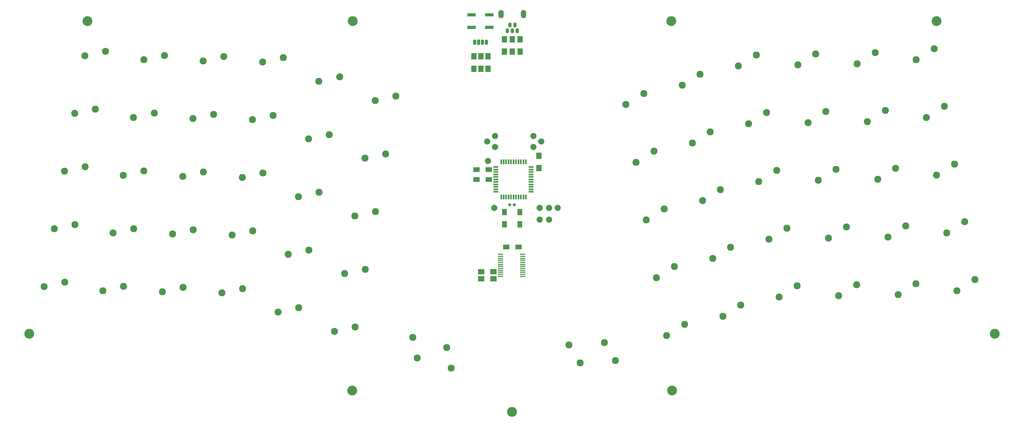
<source format=gbr>
G04 #@! TF.FileFunction,Soldermask,Top*
%FSLAX46Y46*%
G04 Gerber Fmt 4.6, Leading zero omitted, Abs format (unit mm)*
G04 Created by KiCad (PCBNEW 4.0.7) date Sat Nov 25 15:50:47 2017*
%MOMM*%
%LPD*%
G01*
G04 APERTURE LIST*
%ADD10C,0.100000*%
%ADD11C,1.000000*%
%ADD12R,1.700000X2.000000*%
%ADD13C,3.200000*%
%ADD14R,0.550000X1.500000*%
%ADD15R,1.500000X0.550000*%
%ADD16C,2.286000*%
%ADD17R,1.600000X2.000000*%
%ADD18R,2.000000X1.600000*%
%ADD19R,2.000000X1.700000*%
%ADD20R,2.750000X1.000000*%
%ADD21O,1.100000X1.650000*%
%ADD22O,1.700000X2.700000*%
%ADD23R,1.750000X0.450000*%
%ADD24C,2.000000*%
%ADD25O,1.070000X1.800000*%
%ADD26R,1.070000X1.800000*%
G04 APERTURE END LIST*
D10*
D11*
X178250000Y-88650000D03*
X179750000Y-88650000D03*
D12*
X187706000Y-76676000D03*
X187706000Y-72676000D03*
D13*
X335548465Y-130480103D03*
X230663345Y-28887647D03*
X41336653Y-28887647D03*
X230863401Y-148938904D03*
X127136596Y-148938904D03*
X178999998Y-155926683D03*
X22451533Y-130480103D03*
X316663345Y-28887647D03*
X127336653Y-28887647D03*
D14*
X175464000Y-74676000D03*
X176264000Y-74676000D03*
X177064000Y-74676000D03*
X177864000Y-74676000D03*
X178664000Y-74676000D03*
X179464000Y-74676000D03*
X180264000Y-74676000D03*
X181064000Y-74676000D03*
X181864000Y-74676000D03*
X182664000Y-74676000D03*
X183464000Y-74676000D03*
D15*
X185164000Y-76376000D03*
X185164000Y-77176000D03*
X185164000Y-77976000D03*
X185164000Y-78776000D03*
X185164000Y-79576000D03*
X185164000Y-80376000D03*
X185164000Y-81176000D03*
X185164000Y-81976000D03*
X185164000Y-82776000D03*
X185164000Y-83576000D03*
X185164000Y-84376000D03*
D14*
X183464000Y-86076000D03*
X182664000Y-86076000D03*
X181864000Y-86076000D03*
X181064000Y-86076000D03*
X180264000Y-86076000D03*
X179464000Y-86076000D03*
X178664000Y-86076000D03*
X177864000Y-86076000D03*
X177064000Y-86076000D03*
X176264000Y-86076000D03*
X175464000Y-86076000D03*
D15*
X173764000Y-84376000D03*
X173764000Y-83576000D03*
X173764000Y-82776000D03*
X173764000Y-81976000D03*
X173764000Y-81176000D03*
X173764000Y-80376000D03*
X173764000Y-79576000D03*
X173764000Y-78776000D03*
X173764000Y-77976000D03*
X173764000Y-77176000D03*
X173764000Y-76376000D03*
D16*
X221708452Y-52434479D03*
X215895989Y-56038557D03*
X47144131Y-38746240D03*
X40449536Y-40144986D03*
X134678369Y-90837788D03*
X127983774Y-92236534D03*
X137986367Y-72077200D03*
X131291772Y-73475946D03*
X201035500Y-139974224D03*
X197431422Y-134161761D03*
X208908308Y-133427669D03*
X212512386Y-139240132D03*
D17*
X176500000Y-91000000D03*
X176500000Y-95000000D03*
D18*
X167418000Y-80391000D03*
X171418000Y-80391000D03*
X167418000Y-77216000D03*
X171418000Y-77216000D03*
X181070000Y-102362000D03*
X177070000Y-102362000D03*
D12*
X168910000Y-44386000D03*
X168910000Y-40386000D03*
D19*
X172974000Y-110363000D03*
X168974000Y-110363000D03*
X172974000Y-112649000D03*
X168974000Y-112649000D03*
D12*
X176530000Y-34830000D03*
X176530000Y-38830000D03*
X179070000Y-34862000D03*
X179070000Y-38862000D03*
D20*
X171622000Y-30924000D03*
X165862000Y-30924000D03*
X165862000Y-26924000D03*
X171622000Y-26924000D03*
D16*
X43836133Y-57506828D03*
X37141538Y-58905574D03*
X40528135Y-76267416D03*
X33833540Y-77666162D03*
X37220137Y-95028004D03*
X30525542Y-96426750D03*
X33912139Y-113788592D03*
X27217544Y-115187338D03*
X66252015Y-40084622D03*
X59557420Y-41483368D03*
X62944017Y-58845210D03*
X56249422Y-60243956D03*
X59636019Y-77605798D03*
X52941424Y-79004544D03*
X56328021Y-96366386D03*
X49633426Y-97765132D03*
X53020023Y-115126974D03*
X46325428Y-116525720D03*
X85533547Y-40438196D03*
X78838952Y-41836942D03*
X82225549Y-59198784D03*
X75530954Y-60597530D03*
X78917551Y-77959372D03*
X72222956Y-79358118D03*
X75609553Y-96719960D03*
X68914958Y-98118706D03*
X72301555Y-115480548D03*
X65606960Y-116879294D03*
X104815079Y-40791770D03*
X98120484Y-42190516D03*
X101507081Y-59552358D03*
X94812486Y-60951104D03*
X98199083Y-78312946D03*
X91504488Y-79711692D03*
X94891085Y-97073534D03*
X88196490Y-98472280D03*
X91583087Y-115834122D03*
X84888492Y-117232868D03*
X123054722Y-47054191D03*
X116360127Y-48452937D03*
X119746724Y-65814779D03*
X113052129Y-67213525D03*
X116438726Y-84575367D03*
X109744131Y-85974113D03*
X113130728Y-103335955D03*
X106436133Y-104734701D03*
X109822730Y-122096543D03*
X103128135Y-123495289D03*
X141294365Y-53316612D03*
X134599770Y-54715358D03*
X131370371Y-109598376D03*
X124675776Y-110997122D03*
X128062373Y-128358964D03*
X121367778Y-129757710D03*
X225016450Y-71195067D03*
X219203987Y-74799145D03*
X228324448Y-89955655D03*
X222511985Y-93559733D03*
X231632446Y-108716243D03*
X225819983Y-112320321D03*
X234940444Y-127476831D03*
X229127981Y-131080909D03*
X239948096Y-46172058D03*
X234135633Y-49776136D03*
X243256094Y-64932646D03*
X237443631Y-68536724D03*
X246564092Y-83693234D03*
X240751629Y-87297312D03*
X249872090Y-102453822D03*
X244059627Y-106057900D03*
X253180088Y-121214410D03*
X247367625Y-124818488D03*
X258187740Y-39909637D03*
X252375277Y-43513715D03*
X261495738Y-58670225D03*
X255683275Y-62274303D03*
X264803736Y-77430813D03*
X258991273Y-81034891D03*
X268111734Y-96191401D03*
X262299271Y-99795479D03*
X271419732Y-114951989D03*
X265607269Y-118556067D03*
X277469273Y-39556063D03*
X271656810Y-43160141D03*
X280777271Y-58316651D03*
X274964808Y-61920729D03*
X284085269Y-77077239D03*
X278272806Y-80681317D03*
X287393267Y-95837827D03*
X281580804Y-99441905D03*
X290701265Y-114598415D03*
X284888802Y-118202493D03*
X296750806Y-39202489D03*
X290938343Y-42806567D03*
X300058804Y-57963077D03*
X294246341Y-61567155D03*
X303366802Y-76723665D03*
X297554339Y-80327743D03*
X306674800Y-95484253D03*
X300862337Y-99088331D03*
X309982798Y-114244841D03*
X304170335Y-117848919D03*
X315858691Y-37864107D03*
X310046228Y-41468185D03*
X319166689Y-56624695D03*
X313354226Y-60228773D03*
X322474687Y-75385283D03*
X316662224Y-78989361D03*
X325782685Y-94145871D03*
X319970222Y-97749949D03*
X329090683Y-112906459D03*
X323278220Y-116510537D03*
X148209552Y-138430492D03*
X146810806Y-131735897D03*
X157846625Y-134971401D03*
X159245371Y-141665996D03*
D21*
X178270000Y-30220000D03*
X179870000Y-30220000D03*
X180670000Y-32020000D03*
X179070000Y-32020000D03*
X177470000Y-32020000D03*
D22*
X182720000Y-26670000D03*
X175420000Y-26670000D03*
D23*
X182410000Y-104730000D03*
X182410000Y-105380000D03*
X182410000Y-106030000D03*
X182410000Y-106680000D03*
X182410000Y-107330000D03*
X182410000Y-107980000D03*
X182410000Y-108630000D03*
X182410000Y-109280000D03*
X182410000Y-109930000D03*
X182410000Y-110580000D03*
X182410000Y-111230000D03*
X182410000Y-111880000D03*
X175210000Y-111880000D03*
X175210000Y-111230000D03*
X175210000Y-110580000D03*
X175210000Y-109930000D03*
X175210000Y-109280000D03*
X175210000Y-108630000D03*
X175210000Y-107980000D03*
X175210000Y-107330000D03*
X175210000Y-106680000D03*
X175210000Y-106030000D03*
X175210000Y-105380000D03*
X175210000Y-104730000D03*
D17*
X181500000Y-91000000D03*
X181500000Y-95000000D03*
D12*
X181610000Y-34862000D03*
X181610000Y-38862000D03*
D24*
X187960000Y-89662000D03*
X187960000Y-93472000D03*
X191008000Y-89662000D03*
X191008000Y-93472000D03*
X193802000Y-89662000D03*
X171196000Y-74422000D03*
X173482000Y-69850000D03*
X170942000Y-68072000D03*
X173482000Y-66294000D03*
X185928000Y-66294000D03*
X188468000Y-68072000D03*
X185928000Y-69850000D03*
X173228000Y-89662000D03*
D25*
X170688000Y-35814000D03*
X169418000Y-35814000D03*
X166878000Y-35814000D03*
D26*
X168148000Y-35814000D03*
D12*
X166624000Y-44386000D03*
X166624000Y-40386000D03*
X171196000Y-44386000D03*
X171196000Y-40386000D03*
M02*

</source>
